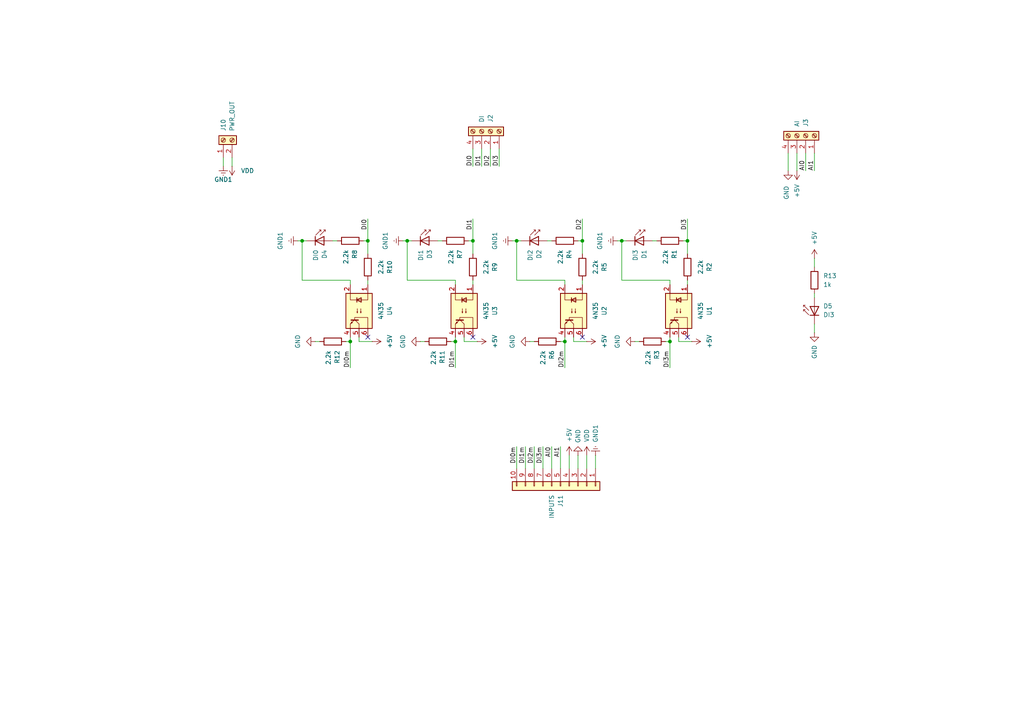
<source format=kicad_sch>
(kicad_sch (version 20231120) (generator "eeschema") (generator_version "8.0")
  (paper "A4")
  (lib_symbols
    (symbol "Connector:Screw_Terminal_01x02" (pin_names (offset 1.016) hide)
      (property "Reference" "J" (at 0 2.54 0))
      (property "Value" "Screw_Terminal_01x02" (at 0 -5.08 0))
      (symbol "Screw_Terminal_01x02_1_1"
        (rectangle (start -1.27 1.27) (end 1.27 -3.81) (stroke (width 0.254)) (fill (type background)))
        (circle (center 0 -2.54) (radius 0.635) (stroke (width 0.1524)))
        (polyline (pts (xy -0.5334 -2.2098) (xy 0.3302 -3.048)) (stroke (width 0.1524)))
        (polyline (pts (xy -0.5334 0.3302) (xy 0.3302 -0.508)) (stroke (width 0.1524)))
        (polyline (pts (xy -0.3556 -2.032) (xy 0.508 -2.8702)) (stroke (width 0.1524)))
        (polyline (pts (xy -0.3556 0.508) (xy 0.508 -0.3302)) (stroke (width 0.1524)))
        (circle (center 0 0) (radius 0.635) (stroke (width 0.1524)))
        (pin passive line (at -5.08 0 0) (length 3.81) (name "Pin_1") (number "1"))
        (pin passive line (at -5.08 -2.54 0) (length 3.81) (name "Pin_2") (number "2"))
      )
    )
    (symbol "Connector:Screw_Terminal_01x04" (pin_names (offset 1.016) hide)
      (property "Reference" "J" (at 0 5.08 0))
      (property "Value" "Screw_Terminal_01x04" (at 0 -7.62 0))
      (symbol "Screw_Terminal_01x04_1_1"
        (rectangle (start -1.27 3.81) (end 1.27 -6.35) (stroke (width 0.254)) (fill (type background)))
        (circle (center 0 -5.08) (radius 0.635) (stroke (width 0.1524)))
        (circle (center 0 -2.54) (radius 0.635) (stroke (width 0.1524)))
        (polyline (pts (xy -0.5334 -4.7498) (xy 0.3302 -5.588)) (stroke (width 0.1524)))
        (polyline (pts (xy -0.5334 -2.2098) (xy 0.3302 -3.048)) (stroke (width 0.1524)))
        (polyline (pts (xy -0.5334 0.3302) (xy 0.3302 -0.508)) (stroke (width 0.1524)))
        (polyline (pts (xy -0.5334 2.8702) (xy 0.3302 2.032)) (stroke (width 0.1524)))
        (polyline (pts (xy -0.3556 -4.572) (xy 0.508 -5.4102)) (stroke (width 0.1524)))
        (polyline (pts (xy -0.3556 -2.032) (xy 0.508 -2.8702)) (stroke (width 0.1524)))
        (polyline (pts (xy -0.3556 0.508) (xy 0.508 -0.3302)) (stroke (width 0.1524)))
        (polyline (pts (xy -0.3556 3.048) (xy 0.508 2.2098)) (stroke (width 0.1524)))
        (circle (center 0 0) (radius 0.635) (stroke (width 0.1524)))
        (circle (center 0 2.54) (radius 0.635) (stroke (width 0.1524)))
        (pin passive line (at -5.08 2.54 0) (length 3.81) (name "Pin_1") (number "1"))
        (pin passive line (at -5.08 0 0) (length 3.81) (name "Pin_2") (number "2"))
        (pin passive line (at -5.08 -2.54 0) (length 3.81) (name "Pin_3") (number "3"))
        (pin passive line (at -5.08 -5.08 0) (length 3.81) (name "Pin_4") (number "4"))
      )
    )
    (symbol "Connector_Generic:Conn_01x10" (pin_names (offset 1.016) hide)
      (property "Reference" "J" (at 0 12.7 0))
      (property "Value" "Conn_01x10" (at 0 -15.24 0))
      (symbol "Conn_01x10_1_1"
        (rectangle (start -1.27 -12.573) (end 0 -12.827) (stroke (width 0.1524)))
        (rectangle (start -1.27 -10.033) (end 0 -10.287) (stroke (width 0.1524)))
        (rectangle (start -1.27 -7.493) (end 0 -7.747) (stroke (width 0.1524)))
        (rectangle (start -1.27 -4.953) (end 0 -5.207) (stroke (width 0.1524)))
        (rectangle (start -1.27 -2.413) (end 0 -2.667) (stroke (width 0.1524)))
        (rectangle (start -1.27 0.127) (end 0 -0.127) (stroke (width 0.1524)))
        (rectangle (start -1.27 2.667) (end 0 2.413) (stroke (width 0.1524)))
        (rectangle (start -1.27 5.207) (end 0 4.953) (stroke (width 0.1524)))
        (rectangle (start -1.27 7.747) (end 0 7.493) (stroke (width 0.1524)))
        (rectangle (start -1.27 10.287) (end 0 10.033) (stroke (width 0.1524)))
        (rectangle (start -1.27 11.43) (end 1.27 -13.97) (stroke (width 0.254)) (fill (type background)))
        (pin passive line (at -5.08 10.16 0) (length 3.81) (name "Pin_1") (number "1"))
        (pin passive line (at -5.08 -12.7 0) (length 3.81) (name "Pin_10") (number "10"))
        (pin passive line (at -5.08 7.62 0) (length 3.81) (name "Pin_2") (number "2"))
        (pin passive line (at -5.08 5.08 0) (length 3.81) (name "Pin_3") (number "3"))
        (pin passive line (at -5.08 2.54 0) (length 3.81) (name "Pin_4") (number "4"))
        (pin passive line (at -5.08 0 0) (length 3.81) (name "Pin_5") (number "5"))
        (pin passive line (at -5.08 -2.54 0) (length 3.81) (name "Pin_6") (number "6"))
        (pin passive line (at -5.08 -5.08 0) (length 3.81) (name "Pin_7") (number "7"))
        (pin passive line (at -5.08 -7.62 0) (length 3.81) (name "Pin_8") (number "8"))
        (pin passive line (at -5.08 -10.16 0) (length 3.81) (name "Pin_9") (number "9"))
      )
    )
    (symbol "Device:R" (pin_numbers hide) (pin_names (offset 0))
      (property "Reference" "R" (at 2.032 0 90))
      (property "Value" "R" (at 0 0 90))
      (symbol "R_0_1"
        (rectangle (start -1.016 -2.54) (end 1.016 2.54) (stroke (width 0.254)))
      )
      (symbol "R_1_1"
        (pin passive line (at 0 3.81 270) (length 1.27) (name "~") (number "1"))
        (pin passive line (at 0 -3.81 90) (length 1.27) (name "~") (number "2"))
      )
    )
    (symbol "Isolator:4N35" (pin_names (offset 1.016))
      (property "Reference" "U" (at -5.08 5.08 0))
      (property "Value" "4N35" (at 0 5.08 0))
      (symbol "4N35_0_1"
        (rectangle (start -5.08 3.81) (end 5.08 -3.81) (stroke (width 0.254)) (fill (type background)))
        (polyline (pts (xy -3.81 -0.635) (xy -2.54 -0.635)) (stroke (width 0.254)))
        (polyline (pts (xy 2.667 -1.397) (xy 3.81 -2.54)))
        (polyline (pts (xy 2.667 -1.143) (xy 3.81 0)))
        (polyline (pts (xy 3.81 -2.54) (xy 5.08 -2.54)))
        (polyline (pts (xy 3.81 0) (xy 5.08 0)))
        (polyline (pts (xy 2.667 -0.254) (xy 2.667 -2.286) (xy 2.667 -2.286)) (stroke (width 0.3556)))
        (polyline (pts (xy -5.08 -2.54) (xy -3.175 -2.54) (xy -3.175 2.54) (xy -5.08 2.54)))
        (polyline (pts (xy -3.175 -0.635) (xy -3.81 0.635) (xy -2.54 0.635) (xy -3.175 -0.635)) (stroke (width 0.254)))
        (polyline (pts (xy 3.683 -2.413) (xy 3.429 -1.905) (xy 3.175 -2.159) (xy 3.683 -2.413)))
        (polyline (pts (xy 5.08 2.54) (xy 1.905 2.54) (xy 1.905 -1.27) (xy 2.54 -1.27)))
        (polyline (pts (xy -0.635 -0.508) (xy 0.635 -0.508) (xy 0.254 -0.635) (xy 0.254 -0.381) (xy 0.635 -0.508)))
        (polyline (pts (xy -0.635 0.508) (xy 0.635 0.508) (xy 0.254 0.381) (xy 0.254 0.635) (xy 0.635 0.508)))
      )
      (symbol "4N35_1_1"
        (pin passive line (at -7.62 2.54 0) (length 2.54) (name "~") (number "1"))
        (pin passive line (at -7.62 -2.54 0) (length 2.54) (name "~") (number "2"))
        (pin no_connect line (at -5.08 0 0) (length 2.54) hide (name "NC") (number "3"))
        (pin passive line (at 7.62 -2.54 180) (length 2.54) (name "~") (number "4"))
        (pin passive line (at 7.62 0 180) (length 2.54) (name "~") (number "5"))
        (pin passive line (at 7.62 2.54 180) (length 2.54) (name "~") (number "6"))
      )
    )
    (symbol "LED:IR204A" (pin_numbers hide) (pin_names (offset 1.016) hide)
      (property "Reference" "D" (at 0.508 1.778 0))
      (property "Value" "IR204A" (at -1.016 -2.794 0))
      (symbol "IR204A_0_1"
        (polyline (pts (xy -2.54 1.27) (xy -2.54 -1.27)) (stroke (width 0.254)))
        (polyline (pts (xy 0 0) (xy -2.54 0)))
        (polyline (pts (xy 0.381 3.175) (xy -0.127 3.175)))
        (polyline (pts (xy -1.143 1.651) (xy 0.381 3.175) (xy 0.381 2.667)))
        (polyline (pts (xy 0 1.27) (xy -2.54 0) (xy 0 -1.27) (xy 0 1.27)) (stroke (width 0.254)))
        (polyline (pts (xy -2.413 1.651) (xy -0.889 3.175) (xy -0.889 2.667) (xy -0.889 3.175) (xy -1.397 3.175)))
      )
      (symbol "IR204A_1_1"
        (pin passive line (at -5.08 0 0) (length 2.54) (name "K") (number "1"))
        (pin passive line (at 2.54 0 180) (length 2.54) (name "A") (number "2"))
      )
    )
    (symbol "power:+5V" (power) (pin_numbers hide) (pin_names (offset 0) hide)
      (property "Value" "+5V" (at 0 3.556 0))
      (symbol "+5V_0_1"
        (polyline (pts (xy -0.762 1.27) (xy 0 2.54)))
        (polyline (pts (xy 0 0) (xy 0 2.54)))
        (polyline (pts (xy 0 2.54) (xy 0.762 1.27)))
      )
      (symbol "+5V_1_1"
        (pin power_in line (at 0 0 90) (length 0) (name "~") (number "1"))
      )
    )
    (symbol "power:Earth" (power) (pin_numbers hide) (pin_names (offset 0) hide)
      (property "Value" "Earth" (at 0 -3.81 0))
      (symbol "Earth_0_1"
        (polyline (pts (xy -0.635 -1.905) (xy 0.635 -1.905)))
        (polyline (pts (xy -0.127 -2.54) (xy 0.127 -2.54)))
        (polyline (pts (xy 0 -1.27) (xy 0 0)))
        (polyline (pts (xy 1.27 -1.27) (xy -1.27 -1.27)))
      )
      (symbol "Earth_1_1"
        (pin power_in line (at 0 0 270) (length 0) (name "~") (number "1"))
      )
    )
    (symbol "power:GND" (power) (pin_numbers hide) (pin_names (offset 0) hide)
      (property "Value" "GND" (at 0 -3.81 0))
      (symbol "GND_0_1"
        (polyline (pts (xy 0 0) (xy 0 -1.27) (xy 1.27 -1.27) (xy 0 -2.54) (xy -1.27 -1.27) (xy 0 -1.27)))
      )
      (symbol "GND_1_1"
        (pin power_in line (at 0 0 270) (length 0) (name "~") (number "1"))
      )
    )
    (symbol "power:VDD" (power) (pin_numbers hide) (pin_names (offset 0) hide)
      (property "Value" "VDD" (at 0 3.556 0))
      (symbol "VDD_0_1"
        (polyline (pts (xy -0.762 1.27) (xy 0 2.54)))
        (polyline (pts (xy 0 0) (xy 0 2.54)))
        (polyline (pts (xy 0 2.54) (xy 0.762 1.27)))
      )
      (symbol "VDD_1_1"
        (pin power_in line (at 0 0 90) (length 0) (name "~") (number "1"))
      )
    )
  )
  (junction (at 199.39 69.85))
  (junction (at 168.91 69.85))
  (junction (at 87.63 69.85))
  (junction (at 163.83 99.06))
  (junction (at 106.68 69.85))
  (junction (at 137.16 69.85))
  (junction (at 132.08 99.06))
  (junction (at 118.11 69.85))
  (junction (at 194.31 99.06))
  (junction (at 101.6 99.06))
  (junction (at 180.34 69.85))
  (junction (at 149.86 69.85))
  (no_connect (at 137.16 97.79))
  (no_connect (at 168.91 97.79))
  (no_connect (at 106.68 97.79))
  (no_connect (at 199.39 97.79))
  (wire (pts (xy 168.91 69.85) (xy 167.64 69.85)))
  (wire (pts (xy 228.6 49.53) (xy 228.6 44.45)))
  (wire (pts (xy 194.31 81.28) (xy 180.34 81.28)))
  (wire (pts (xy 163.83 97.79) (xy 163.83 99.06)))
  (wire (pts (xy 199.39 73.66) (xy 199.39 69.85)))
  (wire (pts (xy 194.31 97.79) (xy 194.31 99.06)))
  (wire (pts (xy 199.39 69.85) (xy 198.12 69.85)))
  (wire (pts (xy 137.16 81.28) (xy 137.16 82.55)))
  (wire (pts (xy 163.83 82.55) (xy 163.83 81.28)))
  (wire (pts (xy 132.08 99.06) (xy 132.08 106.68)))
  (wire (pts (xy 137.16 73.66) (xy 137.16 69.85)))
  (wire (pts (xy 137.16 69.85) (xy 135.89 69.85)))
  (wire (pts (xy 134.62 97.79) (xy 134.62 99.06)))
  (wire (pts (xy 233.68 44.45) (xy 233.68 49.53)))
  (wire (pts (xy 101.6 97.79) (xy 101.6 99.06)))
  (wire (pts (xy 118.11 81.28) (xy 118.11 69.85)))
  (wire (pts (xy 152.4 135.89) (xy 152.4 129.54)))
  (wire (pts (xy 168.91 73.66) (xy 168.91 69.85)))
  (wire (pts (xy 137.16 63.5) (xy 137.16 69.85)))
  (wire (pts (xy 167.64 135.89) (xy 167.64 132.08)))
  (wire (pts (xy 67.31 45.72) (xy 67.31 48.26)))
  (wire (pts (xy 87.63 69.85) (xy 86.36 69.85)))
  (wire (pts (xy 106.68 81.28) (xy 106.68 82.55)))
  (wire (pts (xy 144.78 43.18) (xy 144.78 48.26)))
  (wire (pts (xy 163.83 99.06) (xy 163.83 106.68)))
  (wire (pts (xy 92.71 99.06) (xy 91.44 99.06)))
  (wire (pts (xy 104.14 97.79) (xy 104.14 99.06)))
  (wire (pts (xy 180.34 81.28) (xy 180.34 69.85)))
  (wire (pts (xy 149.86 135.89) (xy 149.86 129.54)))
  (wire (pts (xy 168.91 81.28) (xy 168.91 82.55)))
  (wire (pts (xy 149.86 69.85) (xy 148.59 69.85)))
  (wire (pts (xy 231.14 49.53) (xy 231.14 44.45)))
  (wire (pts (xy 157.48 135.89) (xy 157.48 129.54)))
  (wire (pts (xy 170.18 135.89) (xy 170.18 132.08)))
  (wire (pts (xy 106.68 63.5) (xy 106.68 69.85)))
  (wire (pts (xy 132.08 99.06) (xy 130.81 99.06)))
  (wire (pts (xy 185.42 99.06) (xy 184.15 99.06)))
  (wire (pts (xy 132.08 82.55) (xy 132.08 81.28)))
  (wire (pts (xy 97.79 69.85) (xy 96.52 69.85)))
  (wire (pts (xy 101.6 99.06) (xy 100.33 99.06)))
  (wire (pts (xy 149.86 81.28) (xy 149.86 69.85)))
  (wire (pts (xy 166.37 97.79) (xy 166.37 99.06)))
  (wire (pts (xy 101.6 82.55) (xy 101.6 81.28)))
  (wire (pts (xy 88.9 69.85) (xy 87.63 69.85)))
  (wire (pts (xy 236.22 85.09) (xy 236.22 86.36)))
  (wire (pts (xy 132.08 81.28) (xy 118.11 81.28)))
  (wire (pts (xy 165.1 135.89) (xy 165.1 132.08)))
  (wire (pts (xy 87.63 69.85) (xy 87.63 81.28)))
  (wire (pts (xy 118.11 69.85) (xy 116.84 69.85)))
  (wire (pts (xy 154.94 135.89) (xy 154.94 129.54)))
  (wire (pts (xy 154.94 99.06) (xy 153.67 99.06)))
  (wire (pts (xy 128.27 69.85) (xy 127 69.85)))
  (wire (pts (xy 119.38 69.85) (xy 118.11 69.85)))
  (wire (pts (xy 199.39 81.28) (xy 199.39 82.55)))
  (wire (pts (xy 139.7 43.18) (xy 139.7 48.26)))
  (wire (pts (xy 106.68 69.85) (xy 105.41 69.85)))
  (wire (pts (xy 180.34 69.85) (xy 179.07 69.85)))
  (wire (pts (xy 194.31 99.06) (xy 194.31 106.68)))
  (wire (pts (xy 137.16 43.18) (xy 137.16 48.26)))
  (wire (pts (xy 200.66 99.06) (xy 196.85 99.06)))
  (wire (pts (xy 194.31 82.55) (xy 194.31 81.28)))
  (wire (pts (xy 151.13 69.85) (xy 149.86 69.85)))
  (wire (pts (xy 106.68 73.66) (xy 106.68 69.85)))
  (wire (pts (xy 162.56 135.89) (xy 162.56 129.54)))
  (wire (pts (xy 163.83 81.28) (xy 149.86 81.28)))
  (wire (pts (xy 132.08 97.79) (xy 132.08 99.06)))
  (wire (pts (xy 236.22 96.52) (xy 236.22 93.98)))
  (wire (pts (xy 181.61 69.85) (xy 180.34 69.85)))
  (wire (pts (xy 101.6 99.06) (xy 101.6 106.68)))
  (wire (pts (xy 168.91 63.5) (xy 168.91 69.85)))
  (wire (pts (xy 101.6 81.28) (xy 87.63 81.28)))
  (wire (pts (xy 196.85 97.79) (xy 196.85 99.06)))
  (wire (pts (xy 160.02 135.89) (xy 160.02 129.54)))
  (wire (pts (xy 163.83 99.06) (xy 162.56 99.06)))
  (wire (pts (xy 123.19 99.06) (xy 121.92 99.06)))
  (wire (pts (xy 160.02 69.85) (xy 158.75 69.85)))
  (wire (pts (xy 107.95 99.06) (xy 104.14 99.06)))
  (wire (pts (xy 172.72 135.89) (xy 172.72 132.08)))
  (wire (pts (xy 166.37 99.06) (xy 170.18 99.06)))
  (wire (pts (xy 236.22 74.93) (xy 236.22 77.47)))
  (wire (pts (xy 142.24 43.18) (xy 142.24 48.26)))
  (wire (pts (xy 64.77 45.72) (xy 64.77 48.26)))
  (wire (pts (xy 194.31 99.06) (xy 193.04 99.06)))
  (wire (pts (xy 190.5 69.85) (xy 189.23 69.85)))
  (wire (pts (xy 236.22 44.45) (xy 236.22 49.53)))
  (wire (pts (xy 138.43 99.06) (xy 134.62 99.06)))
  (wire (pts (xy 199.39 63.5) (xy 199.39 69.85)))
  (label "AI0" (at 233.68 49.53 90))
  (label "DI2m" (at 154.94 129.54 270))
  (label "AI1" (at 236.22 49.53 90))
  (label "DI3" (at 199.39 63.5 270))
  (label "DI3" (at 144.78 48.26 90))
  (label "DI1" (at 139.7 48.26 90))
  (label "DI3m" (at 157.48 129.54 270))
  (label "DI0" (at 106.68 63.5 270))
  (label "DI2" (at 142.24 48.26 90))
  (label "DI2m" (at 163.83 106.68 90))
  (label "DI1" (at 137.16 63.5 270))
  (label "AI1" (at 162.56 129.54 270))
  (label "DI0" (at 137.16 48.26 90))
  (label "DI2" (at 168.91 63.5 270))
  (label "DI0m" (at 149.86 129.54 270))
  (label "AI0" (at 160.02 129.54 270))
  (label "DI3m" (at 194.31 106.68 90))
  (label "DI1m" (at 152.4 129.54 270))
  (label "DI0m" (at 101.6 106.68 90))
  (label "DI1m" (at 132.08 106.68 90))
  (symbol (lib_id "power:Earth") (at 86.36 69.85 270) (unit 1)
    (property "Reference" "#PWR012" (effects (hide yes)))
    (property "Value" "GND1" (at 81.28 69.85 0))
    (property "Description" "Power symbol creates a global label with name \"Earth\"" (effects (hide yes)))
  )
  (symbol (lib_id "Isolator:4N35") (at 134.62 90.17 270) (unit 1)
    (property "Reference" "U3" (at 143.51 90.17 0))
    (property "Value" "4N35" (at 140.97 90.17 0))
    (property "Footprint" "Package_DIP:DIP-6_W7.62mm_LongPads" (effects (hide yes)))
    (property "Datasheet" "https://www.vishay.com/docs/81181/4n35.pdf" (effects (hide yes)))
    (property "Description" "Optocoupler, Phototransistor Output, with Base Connection, Vce 70V, CTR 100%, Viso 5000V, DIP6" (effects (hide yes)))
  )
  (symbol (lib_id "LED:IR204A") (at 156.21 69.85 0) (unit 1)
    (property "Reference" "D2" (at 156.3371 72.39 90) (effects (justify right)))
    (property "Value" "DI2" (at 153.7971 72.39 90) (effects (justify right)))
    (property "Footprint" "LED_THT:LED_D3.0mm_IRBlack" (effects (hide yes)))
    (property "Datasheet" "http://www.everlight.com/file/ProductFile/IR204-A.pdf" (effects (hide yes)))
    (property "Description" "Infrared LED , 3mm LED package" (effects (hide yes)))
  )
  (symbol (lib_id "Isolator:4N35") (at 104.14 90.17 270) (unit 1)
    (property "Reference" "U4" (at 113.03 90.17 0))
    (property "Value" "4N35" (at 110.49 90.17 0))
    (property "Footprint" "Package_DIP:DIP-6_W7.62mm_LongPads" (effects (hide yes)))
    (property "Datasheet" "https://www.vishay.com/docs/81181/4n35.pdf" (effects (hide yes)))
    (property "Description" "Optocoupler, Phototransistor Output, with Base Connection, Vce 70V, CTR 100%, Viso 5000V, DIP6" (effects (hide yes)))
  )
  (symbol (lib_id "Device:R") (at 168.91 77.47 0) (unit 1)
    (property "Reference" "R5" (at 175.26 77.47 90))
    (property "Value" "2.2k" (at 172.72 77.47 90))
    (property "Footprint" "Resistor_THT:R_Axial_DIN0207_L6.3mm_D2.5mm_P7.62mm_Horizontal" (effects (hide yes)))
    (property "Description" "Resistor" (effects (hide yes)))
  )
  (symbol (lib_id "Device:R") (at 132.08 69.85 270) (unit 1)
    (property "Reference" "R7" (at 133.3501 72.39 0) (effects (justify left)))
    (property "Value" "2.2k" (at 130.8101 72.39 0) (effects (justify left)))
    (property "Footprint" "Resistor_THT:R_Axial_DIN0207_L6.3mm_D2.5mm_P7.62mm_Horizontal" (effects (hide yes)))
    (property "Description" "Resistor" (effects (hide yes)))
  )
  (symbol (lib_id "Device:R") (at 101.6 69.85 270) (unit 1)
    (property "Reference" "R8" (at 102.8701 72.39 0) (effects (justify left)))
    (property "Value" "2.2k" (at 100.3301 72.39 0) (effects (justify left)))
    (property "Footprint" "Resistor_THT:R_Axial_DIN0207_L6.3mm_D2.5mm_P7.62mm_Horizontal" (effects (hide yes)))
    (property "Description" "Resistor" (effects (hide yes)))
  )
  (symbol (lib_id "power:VDD") (at 67.31 48.26 180) (unit 1)
    (property "Reference" "#PWR022" (effects (hide yes)))
    (property "Value" "VDD" (at 69.85 49.5299 0) (effects (justify right)))
    (property "Description" "Power symbol creates a global label with name \"VDD\"" (effects (hide yes)))
  )
  (symbol (lib_id "power:GND") (at 121.92 99.06 270) (unit 1)
    (property "Reference" "#PWR06" (effects (hide yes)))
    (property "Value" "GND" (at 116.84 99.06 0))
    (property "Description" "Power symbol creates a global label with name \"GND\" , ground" (effects (hide yes)))
  )
  (symbol (lib_id "Connector:Screw_Terminal_01x02") (at 64.77 40.64 90) (unit 1)
    (property "Reference" "J10" (at 64.7699 38.1 0) (effects (justify left)))
    (property "Value" "PWR_OUT" (at 67.3099 38.1 0) (effects (justify left)))
    (property "Footprint" "Borneras:TerminalBlock_Altech_AK300-2_P5.00mm" (effects (hide yes)))
    (property "Description" "Generic screw terminal, single row, 01x02, script generated (kicad-library-utils/schlib/autogen/connector/)" (effects (hide yes)))
  )
  (symbol (lib_id "Connector:Screw_Terminal_01x04") (at 233.68 39.37 270) (mirror x) (unit 1)
    (property "Reference" "J3" (at 233.6801 36.83 0) (effects (justify left)))
    (property "Value" "AI" (at 231.1401 36.83 0) (effects (justify left)))
    (property "Footprint" "Borneras:TerminalBlock_Altech_AK300-4_P5.00mm" (effects (hide yes)))
    (property "Description" "Generic screw terminal, single row, 01x04, script generated (kicad-library-utils/schlib/autogen/connector/)" (effects (hide yes)))
  )
  (symbol (lib_id "Device:R") (at 137.16 77.47 0) (unit 1)
    (property "Reference" "R9" (at 143.51 77.47 90))
    (property "Value" "2.2k" (at 140.97 77.47 90))
    (property "Footprint" "Resistor_THT:R_Axial_DIN0207_L6.3mm_D2.5mm_P7.62mm_Horizontal" (effects (hide yes)))
    (property "Description" "Resistor" (effects (hide yes)))
  )
  (symbol (lib_id "power:+5V") (at 165.1 132.08 0) (mirror y) (unit 1)
    (property "Reference" "#PWR025" (effects (hide yes)))
    (property "Value" "+5V" (at 165.1001 128.27 90) (effects (justify left)))
    (property "Description" "Power symbol creates a global label with name \"+5V\"" (effects (hide yes)))
  )
  (symbol (lib_id "power:+5V") (at 231.14 49.53 180) (unit 1)
    (property "Reference" "#PWR016" (effects (hide yes)))
    (property "Value" "+5V" (at 231.1401 53.34 90) (effects (justify left)))
    (property "Description" "Power symbol creates a global label with name \"+5V\"" (effects (hide yes)))
  )
  (symbol (lib_id "Device:R") (at 106.68 77.47 0) (unit 1)
    (property "Reference" "R10" (at 113.03 77.47 90))
    (property "Value" "2.2k" (at 110.49 77.47 90))
    (property "Footprint" "Resistor_THT:R_Axial_DIN0207_L6.3mm_D2.5mm_P7.62mm_Horizontal" (effects (hide yes)))
    (property "Description" "Resistor" (effects (hide yes)))
  )
  (symbol (lib_id "Device:R") (at 194.31 69.85 270) (unit 1)
    (property "Reference" "R1" (at 195.5801 72.39 0) (effects (justify left)))
    (property "Value" "2.2k" (at 193.0401 72.39 0) (effects (justify left)))
    (property "Footprint" "Resistor_THT:R_Axial_DIN0207_L6.3mm_D2.5mm_P7.62mm_Horizontal" (effects (hide yes)))
    (property "Description" "Resistor" (effects (hide yes)))
  )
  (symbol (lib_id "power:+5V") (at 236.22 74.93 0) (mirror y) (unit 1)
    (property "Reference" "#PWR09" (effects (hide yes)))
    (property "Value" "+5V" (at 236.2199 71.12 90) (effects (justify left)))
    (property "Description" "Power symbol creates a global label with name \"+5V\"" (effects (hide yes)))
  )
  (symbol (lib_id "power:GND") (at 184.15 99.06 270) (unit 1)
    (property "Reference" "#PWR01" (effects (hide yes)))
    (property "Value" "GND" (at 179.07 99.06 0))
    (property "Description" "Power symbol creates a global label with name \"GND\" , ground" (effects (hide yes)))
  )
  (symbol (lib_id "LED:IR204A") (at 124.46 69.85 0) (unit 1)
    (property "Reference" "D3" (at 124.5871 72.39 90) (effects (justify right)))
    (property "Value" "DI1" (at 122.0471 72.39 90) (effects (justify right)))
    (property "Footprint" "LED_THT:LED_D3.0mm_IRBlack" (effects (hide yes)))
    (property "Datasheet" "http://www.everlight.com/file/ProductFile/IR204-A.pdf" (effects (hide yes)))
    (property "Description" "Infrared LED , 3mm LED package" (effects (hide yes)))
  )
  (symbol (lib_id "Isolator:4N35") (at 196.85 90.17 270) (unit 1)
    (property "Reference" "U1" (at 205.74 90.17 0))
    (property "Value" "4N35" (at 203.2 90.17 0))
    (property "Footprint" "Package_DIP:DIP-6_W7.62mm_LongPads" (effects (hide yes)))
    (property "Datasheet" "https://www.vishay.com/docs/81181/4n35.pdf" (effects (hide yes)))
    (property "Description" "Optocoupler, Phototransistor Output, with Base Connection, Vce 70V, CTR 100%, Viso 5000V, DIP6" (effects (hide yes)))
  )
  (symbol (lib_id "Device:R") (at 158.75 99.06 90) (unit 1)
    (property "Reference" "R6" (at 160.0201 101.6 0) (effects (justify right)))
    (property "Value" "2.2k" (at 157.4801 101.6 0) (effects (justify right)))
    (property "Footprint" "Resistor_THT:R_Axial_DIN0207_L6.3mm_D2.5mm_P7.62mm_Horizontal" (effects (hide yes)))
    (property "Description" "Resistor" (effects (hide yes)))
  )
  (symbol (lib_id "power:+5V") (at 107.95 99.06 270) (unit 1)
    (property "Reference" "#PWR07" (effects (hide yes)))
    (property "Value" "+5V" (at 113.03 99.06 0))
    (property "Description" "Power symbol creates a global label with name \"+5V\"" (effects (hide yes)))
  )
  (symbol (lib_id "Connector:Screw_Terminal_01x04") (at 142.24 38.1 270) (mirror x) (unit 1)
    (property "Reference" "J2" (at 142.2401 35.56 0) (effects (justify left)))
    (property "Value" "DI" (at 139.7001 35.56 0) (effects (justify left)))
    (property "Footprint" "Borneras:TerminalBlock_Altech_AK300-4_P5.00mm" (effects (hide yes)))
    (property "Description" "Generic screw terminal, single row, 01x04, script generated (kicad-library-utils/schlib/autogen/connector/)" (effects (hide yes)))
  )
  (symbol (lib_id "power:GND") (at 236.22 96.52 0) (mirror y) (unit 1)
    (property "Reference" "#PWR010" (effects (hide yes)))
    (property "Value" "GND" (at 236.22 102.108 90))
    (property "Description" "Power symbol creates a global label with name \"GND\" , ground" (effects (hide yes)))
  )
  (symbol (lib_id "power:Earth") (at 148.59 69.85 270) (unit 1)
    (property "Reference" "#PWR014" (effects (hide yes)))
    (property "Value" "GND1" (at 143.51 69.85 0))
    (property "Description" "Power symbol creates a global label with name \"Earth\"" (effects (hide yes)))
  )
  (symbol (lib_id "power:Earth") (at 172.72 132.08 0) (mirror x) (unit 1)
    (property "Reference" "#PWR021" (effects (hide yes)))
    (property "Value" "GND1" (at 172.72 125.73 90))
    (property "Description" "Power symbol creates a global label with name \"Earth\"" (effects (hide yes)))
  )
  (symbol (lib_id "power:GND") (at 153.67 99.06 270) (unit 1)
    (property "Reference" "#PWR04" (effects (hide yes)))
    (property "Value" "GND" (at 148.59 99.06 0))
    (property "Description" "Power symbol creates a global label with name \"GND\" , ground" (effects (hide yes)))
  )
  (symbol (lib_id "LED:IR204A") (at 236.22 88.9 90) (unit 1)
    (property "Reference" "D5" (at 238.76 88.7729 90) (effects (justify right)))
    (property "Value" "DI3" (at 238.76 91.3129 90) (effects (justify right)))
    (property "Footprint" "LED_THT:LED_D3.0mm_IRBlack" (effects (hide yes)))
    (property "Datasheet" "http://www.everlight.com/file/ProductFile/IR204-A.pdf" (effects (hide yes)))
    (property "Description" "Infrared LED , 3mm LED package" (effects (hide yes)))
  )
  (symbol (lib_id "power:Earth") (at 179.07 69.85 270) (unit 1)
    (property "Reference" "#PWR015" (effects (hide yes)))
    (property "Value" "GND1" (at 173.99 69.85 0))
    (property "Description" "Power symbol creates a global label with name \"Earth\"" (effects (hide yes)))
  )
  (symbol (lib_id "Device:R") (at 127 99.06 90) (unit 1)
    (property "Reference" "R11" (at 128.2701 101.6 0) (effects (justify right)))
    (property "Value" "2.2k" (at 125.7301 101.6 0) (effects (justify right)))
    (property "Footprint" "Resistor_THT:R_Axial_DIN0207_L6.3mm_D2.5mm_P7.62mm_Horizontal" (effects (hide yes)))
    (property "Description" "Resistor" (effects (hide yes)))
  )
  (symbol (lib_id "Isolator:4N35") (at 166.37 90.17 270) (unit 1)
    (property "Reference" "U2" (at 175.26 90.17 0))
    (property "Value" "4N35" (at 172.72 90.17 0))
    (property "Footprint" "Package_DIP:DIP-6_W7.62mm_LongPads" (effects (hide yes)))
    (property "Datasheet" "https://www.vishay.com/docs/81181/4n35.pdf" (effects (hide yes)))
    (property "Description" "Optocoupler, Phototransistor Output, with Base Connection, Vce 70V, CTR 100%, Viso 5000V, DIP6" (effects (hide yes)))
  )
  (symbol (lib_id "power:+5V") (at 170.18 99.06 270) (unit 1)
    (property "Reference" "#PWR03" (effects (hide yes)))
    (property "Value" "+5V" (at 175.26 99.06 0))
    (property "Description" "Power symbol creates a global label with name \"+5V\"" (effects (hide yes)))
  )
  (symbol (lib_id "power:Earth") (at 64.77 48.26 0) (unit 1)
    (property "Reference" "#PWR011" (effects (hide yes)))
    (property "Value" "GND1" (at 64.77 52.07 0))
    (property "Description" "Power symbol creates a global label with name \"Earth\"" (effects (hide yes)))
  )
  (symbol (lib_id "power:+5V") (at 200.66 99.06 270) (unit 1)
    (property "Reference" "#PWR02" (effects (hide yes)))
    (property "Value" "+5V" (at 205.74 99.06 0))
    (property "Description" "Power symbol creates a global label with name \"+5V\"" (effects (hide yes)))
  )
  (symbol (lib_id "Device:R") (at 96.52 99.06 90) (unit 1)
    (property "Reference" "R12" (at 97.7901 101.6 0) (effects (justify right)))
    (property "Value" "2.2k" (at 95.2501 101.6 0) (effects (justify right)))
    (property "Footprint" "Resistor_THT:R_Axial_DIN0207_L6.3mm_D2.5mm_P7.62mm_Horizontal" (effects (hide yes)))
    (property "Description" "Resistor" (effects (hide yes)))
  )
  (symbol (lib_id "LED:IR204A") (at 186.69 69.85 0) (unit 1)
    (property "Reference" "D1" (at 186.8171 72.39 90) (effects (justify right)))
    (property "Value" "DI3" (at 184.2771 72.39 90) (effects (justify right)))
    (property "Footprint" "LED_THT:LED_D3.0mm_IRBlack" (effects (hide yes)))
    (property "Datasheet" "http://www.everlight.com/file/ProductFile/IR204-A.pdf" (effects (hide yes)))
    (property "Description" "Infrared LED , 3mm LED package" (effects (hide yes)))
  )
  (symbol (lib_id "power:Earth") (at 116.84 69.85 270) (unit 1)
    (property "Reference" "#PWR013" (effects (hide yes)))
    (property "Value" "GND1" (at 111.76 69.85 0))
    (property "Description" "Power symbol creates a global label with name \"Earth\"" (effects (hide yes)))
  )
  (symbol (lib_id "power:+5V") (at 138.43 99.06 270) (unit 1)
    (property "Reference" "#PWR05" (effects (hide yes)))
    (property "Value" "+5V" (at 143.51 99.06 0))
    (property "Description" "Power symbol creates a global label with name \"+5V\"" (effects (hide yes)))
  )
  (symbol (lib_id "Device:R") (at 236.22 81.28 0) (unit 1)
    (property "Reference" "R13" (at 238.76 80.0099 0) (effects (justify left)))
    (property "Value" "1k" (at 238.76 82.5499 0) (effects (justify left)))
    (property "Footprint" "Resistor_THT:R_Axial_DIN0207_L6.3mm_D2.5mm_P7.62mm_Horizontal" (effects (hide yes)))
    (property "Description" "Resistor" (effects (hide yes)))
  )
  (symbol (lib_id "Device:R") (at 199.39 77.47 0) (unit 1)
    (property "Reference" "R2" (at 205.74 77.47 90))
    (property "Value" "2.2k" (at 203.2 77.47 90))
    (property "Footprint" "Resistor_THT:R_Axial_DIN0207_L6.3mm_D2.5mm_P7.62mm_Horizontal" (effects (hide yes)))
    (property "Description" "Resistor" (effects (hide yes)))
  )
  (symbol (lib_id "power:GND") (at 228.6 49.53 0) (unit 1)
    (property "Reference" "#PWR017" (effects (hide yes)))
    (property "Value" "GND" (at 228.092 53.848 90) (effects (justify right)))
    (property "Description" "Power symbol creates a global label with name \"GND\" , ground" (effects (hide yes)))
  )
  (symbol (lib_id "Connector_Generic:Conn_01x10") (at 162.56 140.97 270) (unit 1)
    (property "Reference" "J11" (at 162.5601 143.51 0) (effects (justify left)))
    (property "Value" "INPUTS" (at 160.0201 143.51 0) (effects (justify left)))
    (property "Footprint" "Connector_PinHeader_2.54mm:PinHeader_1x10_P2.54mm_Vertical" (effects (hide yes)))
    (property "Description" "Generic connector, single row, 01x10, script generated (kicad-library-utils/schlib/autogen/connector/)" (effects (hide yes)))
  )
  (symbol (lib_id "Device:R") (at 163.83 69.85 270) (unit 1)
    (property "Reference" "R4" (at 165.1001 72.39 0) (effects (justify left)))
    (property "Value" "2.2k" (at 162.5601 72.39 0) (effects (justify left)))
    (property "Footprint" "Resistor_THT:R_Axial_DIN0207_L6.3mm_D2.5mm_P7.62mm_Horizontal" (effects (hide yes)))
    (property "Description" "Resistor" (effects (hide yes)))
  )
  (symbol (lib_id "LED:IR204A") (at 93.98 69.85 0) (unit 1)
    (property "Reference" "D4" (at 94.1071 72.39 90) (effects (justify right)))
    (property "Value" "DI0" (at 91.5671 72.39 90) (effects (justify right)))
    (property "Footprint" "LED_THT:LED_D3.0mm_IRBlack" (effects (hide yes)))
    (property "Datasheet" "http://www.everlight.com/file/ProductFile/IR204-A.pdf" (effects (hide yes)))
    (property "Description" "Infrared LED , 3mm LED package" (effects (hide yes)))
  )
  (symbol (lib_id "power:VDD") (at 170.18 132.08 0) (mirror y) (unit 1)
    (property "Reference" "#PWR023" (effects (hide yes)))
    (property "Value" "VDD" (at 170.1801 128.27 90) (effects (justify left)))
    (property "Description" "Power symbol creates a global label with name \"VDD\"" (effects (hide yes)))
  )
  (symbol (lib_id "power:GND") (at 91.44 99.06 270) (unit 1)
    (property "Reference" "#PWR08" (effects (hide yes)))
    (property "Value" "GND" (at 86.36 99.06 0))
    (property "Description" "Power symbol creates a global label with name \"GND\" , ground" (effects (hide yes)))
  )
  (symbol (lib_id "Device:R") (at 189.23 99.06 90) (unit 1)
    (property "Reference" "R3" (at 190.5001 101.6 0) (effects (justify right)))
    (property "Value" "2.2k" (at 187.9601 101.6 0) (effects (justify right)))
    (property "Footprint" "Resistor_THT:R_Axial_DIN0207_L6.3mm_D2.5mm_P7.62mm_Horizontal" (effects (hide yes)))
    (property "Description" "Resistor" (effects (hide yes)))
  )
  (symbol (lib_id "power:GND") (at 167.64 132.08 0) (mirror x) (unit 1)
    (property "Reference" "#PWR024" (effects (hide yes)))
    (property "Value" "GND" (at 167.64 126.492 90))
    (property "Description" "Power symbol creates a global label with name \"GND\" , ground" (effects (hide yes)))
  )
)
</source>
